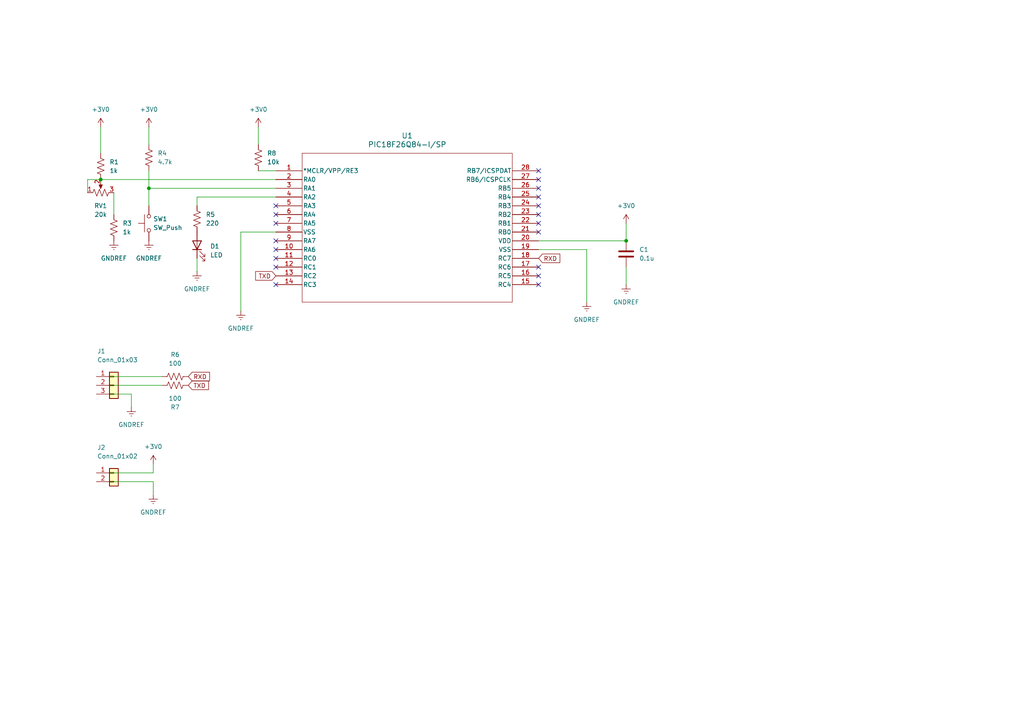
<source format=kicad_sch>
(kicad_sch (version 20231120) (generator "eeschema") (generator_version "8.0")
  (paper "A4")
  (lib_symbols
    (symbol "2025-02-25_04-25-09:PIC18F26Q84-I_SP" (pin_names (offset 0.254))
      (property "Reference" "U" (at 38.1 10.16 0))
      (property "Value" "PIC18F26Q84-I/SP" (at 38.1 7.62 0))
      (symbol "PIC18F26Q84-I_SP_0_1"
        (polyline (pts (xy 7.62 -38.1) (xy 68.58 -38.1)) (stroke (width 0.127)))
        (polyline (pts (xy 7.62 5.08) (xy 7.62 -38.1)) (stroke (width 0.127)))
        (polyline (pts (xy 68.58 -38.1) (xy 68.58 5.08)) (stroke (width 0.127)))
        (polyline (pts (xy 68.58 5.08) (xy 7.62 5.08)) (stroke (width 0.127)))
        (pin bidirectional line (at 0 0 0) (length 7.62) (name "*MCLR/VPP/RE3") (number "1"))
        (pin bidirectional line (at 0 -22.86 0) (length 7.62) (name "RA6") (number "10"))
        (pin bidirectional line (at 0 -25.4 0) (length 7.62) (name "RC0") (number "11"))
        (pin bidirectional line (at 0 -27.94 0) (length 7.62) (name "RC1") (number "12"))
        (pin bidirectional line (at 0 -30.48 0) (length 7.62) (name "RC2") (number "13"))
        (pin bidirectional line (at 0 -33.02 0) (length 7.62) (name "RC3") (number "14"))
        (pin bidirectional line (at 76.2 -33.02 180) (length 7.62) (name "RC4") (number "15"))
        (pin bidirectional line (at 76.2 -30.48 180) (length 7.62) (name "RC5") (number "16"))
        (pin bidirectional line (at 76.2 -27.94 180) (length 7.62) (name "RC6") (number "17"))
        (pin bidirectional line (at 76.2 -25.4 180) (length 7.62) (name "RC7") (number "18"))
        (pin power_out line (at 76.2 -22.86 180) (length 7.62) (name "VSS") (number "19"))
        (pin bidirectional line (at 0 -2.54 0) (length 7.62) (name "RA0") (number "2"))
        (pin power_in line (at 76.2 -20.32 180) (length 7.62) (name "VDD") (number "20"))
        (pin bidirectional line (at 76.2 -17.78 180) (length 7.62) (name "RB0") (number "21"))
        (pin bidirectional line (at 76.2 -15.24 180) (length 7.62) (name "RB1") (number "22"))
        (pin bidirectional line (at 76.2 -12.7 180) (length 7.62) (name "RB2") (number "23"))
        (pin bidirectional line (at 76.2 -10.16 180) (length 7.62) (name "RB3") (number "24"))
        (pin bidirectional line (at 76.2 -7.62 180) (length 7.62) (name "RB4") (number "25"))
        (pin bidirectional line (at 76.2 -5.08 180) (length 7.62) (name "RB5") (number "26"))
        (pin bidirectional line (at 76.2 -2.54 180) (length 7.62) (name "RB6/ICSPCLK") (number "27"))
        (pin bidirectional line (at 76.2 0 180) (length 7.62) (name "RB7/ICSPDAT") (number "28"))
        (pin bidirectional line (at 0 -5.08 0) (length 7.62) (name "RA1") (number "3"))
        (pin bidirectional line (at 0 -7.62 0) (length 7.62) (name "RA2") (number "4"))
        (pin bidirectional line (at 0 -10.16 0) (length 7.62) (name "RA3") (number "5"))
        (pin bidirectional line (at 0 -12.7 0) (length 7.62) (name "RA4") (number "6"))
        (pin bidirectional line (at 0 -15.24 0) (length 7.62) (name "RA5") (number "7"))
        (pin power_out line (at 0 -17.78 0) (length 7.62) (name "VSS") (number "8"))
        (pin bidirectional line (at 0 -20.32 0) (length 7.62) (name "RA7") (number "9"))
      )
    )
    (symbol "Connector_Generic:Conn_01x02" (pin_names (offset 1.016) hide)
      (property "Reference" "J" (at 0 2.54 0))
      (property "Value" "Conn_01x02" (at 0 -5.08 0))
      (symbol "Conn_01x02_1_1"
        (rectangle (start -1.27 -2.413) (end 0 -2.667) (stroke (width 0.1524)))
        (rectangle (start -1.27 0.127) (end 0 -0.127) (stroke (width 0.1524)))
        (rectangle (start -1.27 1.27) (end 1.27 -3.81) (stroke (width 0.254)) (fill (type background)))
        (pin passive line (at -5.08 0 0) (length 3.81) (name "Pin_1") (number "1"))
        (pin passive line (at -5.08 -2.54 0) (length 3.81) (name "Pin_2") (number "2"))
      )
    )
    (symbol "Connector_Generic:Conn_01x03" (pin_names (offset 1.016) hide)
      (property "Reference" "J" (at 0 5.08 0))
      (property "Value" "Conn_01x03" (at 0 -5.08 0))
      (symbol "Conn_01x03_1_1"
        (rectangle (start -1.27 -2.413) (end 0 -2.667) (stroke (width 0.1524)))
        (rectangle (start -1.27 0.127) (end 0 -0.127) (stroke (width 0.1524)))
        (rectangle (start -1.27 2.667) (end 0 2.413) (stroke (width 0.1524)))
        (rectangle (start -1.27 3.81) (end 1.27 -3.81) (stroke (width 0.254)) (fill (type background)))
        (pin passive line (at -5.08 2.54 0) (length 3.81) (name "Pin_1") (number "1"))
        (pin passive line (at -5.08 0 0) (length 3.81) (name "Pin_2") (number "2"))
        (pin passive line (at -5.08 -2.54 0) (length 3.81) (name "Pin_3") (number "3"))
      )
    )
    (symbol "Device:C" (pin_numbers hide) (pin_names (offset 0.254))
      (property "Reference" "C" (at 0.635 2.54 0))
      (property "Value" "C" (at 0.635 -2.54 0))
      (symbol "C_0_1"
        (polyline (pts (xy -2.032 -0.762) (xy 2.032 -0.762)) (stroke (width 0.508)))
        (polyline (pts (xy -2.032 0.762) (xy 2.032 0.762)) (stroke (width 0.508)))
      )
      (symbol "C_1_1"
        (pin passive line (at 0 3.81 270) (length 2.794) (name "~") (number "1"))
        (pin passive line (at 0 -3.81 90) (length 2.794) (name "~") (number "2"))
      )
    )
    (symbol "Device:LED" (pin_numbers hide) (pin_names (offset 1.016) hide)
      (property "Reference" "D" (at 0 2.54 0))
      (property "Value" "LED" (at 0 -2.54 0))
      (symbol "LED_0_1"
        (polyline (pts (xy -1.27 -1.27) (xy -1.27 1.27)) (stroke (width 0.254)))
        (polyline (pts (xy -1.27 0) (xy 1.27 0)))
        (polyline (pts (xy 1.27 -1.27) (xy 1.27 1.27) (xy -1.27 0) (xy 1.27 -1.27)) (stroke (width 0.254)))
        (polyline (pts (xy -3.048 -0.762) (xy -4.572 -2.286) (xy -3.81 -2.286) (xy -4.572 -2.286) (xy -4.572 -1.524)))
        (polyline (pts (xy -1.778 -0.762) (xy -3.302 -2.286) (xy -2.54 -2.286) (xy -3.302 -2.286) (xy -3.302 -1.524)))
      )
      (symbol "LED_1_1"
        (pin passive line (at -3.81 0 0) (length 2.54) (name "K") (number "1"))
        (pin passive line (at 3.81 0 180) (length 2.54) (name "A") (number "2"))
      )
    )
    (symbol "Device:R_Potentiometer_US" (pin_names (offset 1.016) hide)
      (property "Reference" "RV" (at -4.445 0 90))
      (property "Value" "R_Potentiometer_US" (at -2.54 0 90))
      (symbol "R_Potentiometer_US_0_1"
        (polyline (pts (xy 0 -2.286) (xy 0 -2.54)))
        (polyline (pts (xy 0 2.54) (xy 0 2.286)))
        (polyline (pts (xy 2.54 0) (xy 1.524 0)))
        (polyline (pts (xy 1.143 0) (xy 2.286 0.508) (xy 2.286 -0.508) (xy 1.143 0)) (fill (type outline)))
        (polyline (pts (xy 0 -0.762) (xy 1.016 -1.143) (xy 0 -1.524) (xy -1.016 -1.905) (xy 0 -2.286)))
        (polyline (pts (xy 0 0.762) (xy 1.016 0.381) (xy 0 0) (xy -1.016 -0.381) (xy 0 -0.762)))
        (polyline (pts (xy 0 2.286) (xy 1.016 1.905) (xy 0 1.524) (xy -1.016 1.143) (xy 0 0.762)))
      )
      (symbol "R_Potentiometer_US_1_1"
        (pin passive line (at 0 3.81 270) (length 1.27) (name "1") (number "1"))
        (pin passive line (at 3.81 0 180) (length 1.27) (name "2") (number "2"))
        (pin passive line (at 0 -3.81 90) (length 1.27) (name "3") (number "3"))
      )
    )
    (symbol "Device:R_US" (pin_numbers hide) (pin_names (offset 0))
      (property "Reference" "R" (at 2.54 0 90))
      (property "Value" "R_US" (at -2.54 0 90))
      (symbol "R_US_0_1"
        (polyline (pts (xy 0 -2.286) (xy 0 -2.54)))
        (polyline (pts (xy 0 2.286) (xy 0 2.54)))
        (polyline (pts (xy 0 -0.762) (xy 1.016 -1.143) (xy 0 -1.524) (xy -1.016 -1.905) (xy 0 -2.286)))
        (polyline (pts (xy 0 0.762) (xy 1.016 0.381) (xy 0 0) (xy -1.016 -0.381) (xy 0 -0.762)))
        (polyline (pts (xy 0 2.286) (xy 1.016 1.905) (xy 0 1.524) (xy -1.016 1.143) (xy 0 0.762)))
      )
      (symbol "R_US_1_1"
        (pin passive line (at 0 3.81 270) (length 1.27) (name "~") (number "1"))
        (pin passive line (at 0 -3.81 90) (length 1.27) (name "~") (number "2"))
      )
    )
    (symbol "Switch:SW_Push" (pin_numbers hide) (pin_names (offset 1.016) hide)
      (property "Reference" "SW" (at 1.27 2.54 0))
      (property "Value" "SW_Push" (at 0 -1.524 0))
      (symbol "SW_Push_0_1"
        (circle (center -2.032 0) (radius 0.508))
        (polyline (pts (xy 0 1.27) (xy 0 3.048)))
        (polyline (pts (xy 2.54 1.27) (xy -2.54 1.27)))
        (circle (center 2.032 0) (radius 0.508))
        (pin passive line (at -5.08 0 0) (length 2.54) (name "1") (number "1"))
        (pin passive line (at 5.08 0 180) (length 2.54) (name "2") (number "2"))
      )
    )
    (symbol "power:+3V0" (power) (pin_numbers hide) (pin_names (offset 0) hide)
      (property "Value" "+3V0" (at 0 3.556 0))
      (symbol "+3V0_0_1"
        (polyline (pts (xy -0.762 1.27) (xy 0 2.54)))
        (polyline (pts (xy 0 0) (xy 0 2.54)))
        (polyline (pts (xy 0 2.54) (xy 0.762 1.27)))
      )
      (symbol "+3V0_1_1"
        (pin power_in line (at 0 0 90) (length 0) (name "~") (number "1"))
      )
    )
    (symbol "power:GNDREF" (power) (pin_numbers hide) (pin_names (offset 0) hide)
      (property "Value" "GNDREF" (at 0 -3.81 0))
      (symbol "GNDREF_0_1"
        (polyline (pts (xy -0.635 -1.905) (xy 0.635 -1.905)))
        (polyline (pts (xy -0.127 -2.54) (xy 0.127 -2.54)))
        (polyline (pts (xy 0 -1.27) (xy 0 0)))
        (polyline (pts (xy 1.27 -1.27) (xy -1.27 -1.27)))
      )
      (symbol "GNDREF_1_1"
        (pin power_in line (at 0 0 270) (length 0) (name "~") (number "1"))
      )
    )
  )
  (junction (at 29.21 52.07))
  (junction (at 43.18 54.61))
  (junction (at 181.61 69.85))
  (no_connect (at 156.21 57.15))
  (no_connect (at 156.21 52.07))
  (no_connect (at 156.21 67.31))
  (no_connect (at 80.01 74.93))
  (no_connect (at 80.01 69.85))
  (no_connect (at 80.01 59.69))
  (no_connect (at 80.01 77.47))
  (no_connect (at 156.21 64.77))
  (no_connect (at 156.21 54.61))
  (no_connect (at 80.01 62.23))
  (no_connect (at 156.21 49.53))
  (no_connect (at 80.01 64.77))
  (no_connect (at 80.01 72.39))
  (no_connect (at 156.21 80.01))
  (no_connect (at 156.21 62.23))
  (no_connect (at 80.01 82.55))
  (no_connect (at 156.21 77.47))
  (no_connect (at 156.21 59.69))
  (no_connect (at 156.21 82.55))
  (wire (pts (xy 29.21 36.83) (xy 29.21 44.45)))
  (wire (pts (xy 44.45 137.16) (xy 44.45 134.62)))
  (wire (pts (xy 38.1 114.3) (xy 38.1 118.11)))
  (wire (pts (xy 74.93 36.83) (xy 74.93 41.91)))
  (wire (pts (xy 74.93 49.53) (xy 80.01 49.53)))
  (wire (pts (xy 25.4 52.07) (xy 25.4 55.88)))
  (wire (pts (xy 156.21 69.85) (xy 181.61 69.85)))
  (wire (pts (xy 181.61 77.47) (xy 181.61 82.55)))
  (wire (pts (xy 43.18 54.61) (xy 43.18 59.69)))
  (wire (pts (xy 31.75 109.22) (xy 46.99 109.22)))
  (wire (pts (xy 80.01 57.15) (xy 57.15 57.15)))
  (wire (pts (xy 44.45 139.7) (xy 44.45 143.51)))
  (wire (pts (xy 181.61 64.77) (xy 181.61 69.85)))
  (wire (pts (xy 31.75 111.76) (xy 46.99 111.76)))
  (wire (pts (xy 57.15 57.15) (xy 57.15 59.69)))
  (wire (pts (xy 43.18 36.83) (xy 43.18 41.91)))
  (wire (pts (xy 43.18 54.61) (xy 80.01 54.61)))
  (wire (pts (xy 31.75 139.7) (xy 44.45 139.7)))
  (wire (pts (xy 69.85 90.17) (xy 69.85 67.31)))
  (wire (pts (xy 156.21 72.39) (xy 170.18 72.39)))
  (wire (pts (xy 33.02 55.88) (xy 33.02 62.23)))
  (wire (pts (xy 31.75 114.3) (xy 38.1 114.3)))
  (wire (pts (xy 57.15 74.93) (xy 57.15 78.74)))
  (wire (pts (xy 29.21 52.07) (xy 25.4 52.07)))
  (wire (pts (xy 170.18 72.39) (xy 170.18 87.63)))
  (wire (pts (xy 43.18 49.53) (xy 43.18 54.61)))
  (wire (pts (xy 29.21 52.07) (xy 80.01 52.07)))
  (wire (pts (xy 69.85 67.31) (xy 80.01 67.31)))
  (wire (pts (xy 31.75 137.16) (xy 44.45 137.16)))
  (global_label "TXD" (shape input) (at 54.61 111.76 0) (property "Intersheetrefs" "${INTERSHEET_REFS}" (effects (hide yes))))
  (global_label "TXD" (shape input) (at 80.01 80.01 180) (property "Intersheetrefs" "${INTERSHEET_REFS}" (effects (hide yes))))
  (global_label "RXD" (shape input) (at 156.21 74.93 0) (property "Intersheetrefs" "${INTERSHEET_REFS}" (effects (hide yes))))
  (global_label "RXD" (shape input) (at 54.61 109.22 0) (property "Intersheetrefs" "${INTERSHEET_REFS}" (effects (hide yes))))
  (symbol (lib_id "Device:C") (at 181.61 73.66 0) (unit 1)
    (property "Reference" "C1" (at 185.42 72.3899 0) (effects (justify left)))
    (property "Value" "0.1u" (at 185.42 74.9299 0) (effects (justify left)))
    (property "Description" "Unpolarized capacitor" (effects (hide yes)))
  )
  (symbol (lib_id "power:GNDREF") (at 170.18 87.63 0) (unit 1)
    (property "Reference" "#PWR04" (effects (hide yes)))
    (property "Value" "GNDREF" (at 170.18 92.71 0))
    (property "Description" "Power symbol creates a global label with name \"GNDREF\" , reference supply ground" (effects (hide yes)))
  )
  (symbol (lib_id "Device:R_US") (at 50.8 111.76 270) (unit 1)
    (property "Reference" "R7" (at 50.8 118.11 90))
    (property "Value" "100" (at 50.8 115.57 90))
    (property "Description" "Resistor, US symbol" (effects (hide yes)))
  )
  (symbol (lib_id "Device:R_US") (at 29.21 48.26 0) (unit 1)
    (property "Reference" "R1" (at 31.75 46.9899 0) (effects (justify left)))
    (property "Value" "1k" (at 31.75 49.5299 0) (effects (justify left)))
    (property "Description" "Resistor, US symbol" (effects (hide yes)))
  )
  (symbol (lib_id "power:GNDREF") (at 33.02 69.85 0) (unit 1)
    (property "Reference" "#PWR03" (effects (hide yes)))
    (property "Value" "GNDREF" (at 33.02 74.93 0))
    (property "Description" "Power symbol creates a global label with name \"GNDREF\" , reference supply ground" (effects (hide yes)))
  )
  (symbol (lib_id "Connector_Generic:Conn_01x02") (at 33.02 137.16 0) (unit 1)
    (property "Reference" "J2" (at 28.194 129.794 0) (effects (justify left)))
    (property "Value" "Conn_01x02" (at 28.194 132.334 0) (effects (justify left)))
    (property "Description" "Generic connector, single row, 01x02, script generated (kicad-library-utils/schlib/autogen/connector/)" (effects (hide yes)))
  )
  (symbol (lib_id "power:GNDREF") (at 44.45 143.51 0) (unit 1)
    (property "Reference" "#PWR010" (effects (hide yes)))
    (property "Value" "GNDREF" (at 44.45 148.59 0))
    (property "Description" "Power symbol creates a global label with name \"GNDREF\" , reference supply ground" (effects (hide yes)))
  )
  (symbol (lib_id "power:GNDREF") (at 38.1 118.11 0) (unit 1)
    (property "Reference" "#PWR09" (effects (hide yes)))
    (property "Value" "GNDREF" (at 38.1 123.19 0))
    (property "Description" "Power symbol creates a global label with name \"GNDREF\" , reference supply ground" (effects (hide yes)))
  )
  (symbol (lib_id "2025-02-25_04-25-09:PIC18F26Q84-I_SP") (at 80.01 49.53 0) (unit 1)
    (property "Reference" "U1" (at 118.11 39.37 0) (effects (font (size 1.524 1.524))))
    (property "Value" "PIC18F26Q84-I/SP" (at 118.11 41.91 0) (effects (font (size 1.524 1.524))))
    (property "Footprint" "SPDIP28_SP_MCH" (effects (hide yes)))
    (property "Datasheet" "PIC18F26Q84-I/SP" (effects (hide yes)))
  )
  (symbol (lib_id "power:GNDREF") (at 69.85 90.17 0) (unit 1)
    (property "Reference" "#PWR012" (effects (hide yes)))
    (property "Value" "GNDREF" (at 69.85 95.25 0))
    (property "Description" "Power symbol creates a global label with name \"GNDREF\" , reference supply ground" (effects (hide yes)))
  )
  (symbol (lib_id "power:GNDREF") (at 57.15 78.74 0) (unit 1)
    (property "Reference" "#PWR08" (effects (hide yes)))
    (property "Value" "GNDREF" (at 57.15 83.82 0))
    (property "Description" "Power symbol creates a global label with name \"GNDREF\" , reference supply ground" (effects (hide yes)))
  )
  (symbol (lib_id "Switch:SW_Push") (at 43.18 64.77 90) (unit 1)
    (property "Reference" "SW1" (at 44.45 63.4999 90) (effects (justify right)))
    (property "Value" "SW_Push" (at 44.45 66.0399 90) (effects (justify right)))
    (property "Description" "Push button switch, generic, two pins" (effects (hide yes)))
  )
  (symbol (lib_id "Connector_Generic:Conn_01x03") (at 33.02 111.76 0) (unit 1)
    (property "Reference" "J1" (at 28.194 101.854 0) (effects (justify left)))
    (property "Value" "Conn_01x03" (at 28.194 104.394 0) (effects (justify left)))
    (property "Description" "Generic connector, single row, 01x03, script generated (kicad-library-utils/schlib/autogen/connector/)" (effects (hide yes)))
  )
  (symbol (lib_id "power:GNDREF") (at 43.18 69.85 0) (unit 1)
    (property "Reference" "#PWR06" (effects (hide yes)))
    (property "Value" "GNDREF" (at 43.18 74.93 0))
    (property "Description" "Power symbol creates a global label with name \"GNDREF\" , reference supply ground" (effects (hide yes)))
  )
  (symbol (lib_id "Device:LED") (at 57.15 71.12 90) (unit 1)
    (property "Reference" "D1" (at 60.96 71.4374 90) (effects (justify right)))
    (property "Value" "LED" (at 60.96 73.9774 90) (effects (justify right)))
    (property "Description" "Light emitting diode" (effects (hide yes)))
  )
  (symbol (lib_id "power:+3V0") (at 181.61 64.77 0) (unit 1)
    (property "Reference" "#PWR01" (effects (hide yes)))
    (property "Value" "+3V0" (at 181.61 59.69 0))
    (property "Description" "Power symbol creates a global label with name \"+3V0\"" (effects (hide yes)))
  )
  (symbol (lib_id "Device:R_US") (at 74.93 45.72 0) (unit 1)
    (property "Reference" "R8" (at 77.47 44.4499 0) (effects (justify left)))
    (property "Value" "10k" (at 77.47 46.9899 0) (effects (justify left)))
    (property "Description" "Resistor, US symbol" (effects (hide yes)))
  )
  (symbol (lib_id "Device:R_Potentiometer_US") (at 29.21 55.88 90) (unit 1)
    (property "Reference" "RV1" (at 29.21 59.69 90))
    (property "Value" "20k" (at 29.21 62.23 90))
    (property "Description" "Potentiometer, US symbol" (effects (hide yes)))
  )
  (symbol (lib_id "Device:R_US") (at 50.8 109.22 90) (unit 1)
    (property "Reference" "R6" (at 50.8 102.87 90))
    (property "Value" "100" (at 50.8 105.41 90))
    (property "Description" "Resistor, US symbol" (effects (hide yes)))
  )
  (symbol (lib_id "Device:R_US") (at 33.02 66.04 0) (unit 1)
    (property "Reference" "R3" (at 35.56 64.7699 0) (effects (justify left)))
    (property "Value" "1k" (at 35.56 67.3099 0) (effects (justify left)))
    (property "Description" "Resistor, US symbol" (effects (hide yes)))
  )
  (symbol (lib_id "power:+3V0") (at 74.93 36.83 0) (unit 1)
    (property "Reference" "#PWR013" (effects (hide yes)))
    (property "Value" "+3V0" (at 74.93 31.75 0))
    (property "Description" "Power symbol creates a global label with name \"+3V0\"" (effects (hide yes)))
  )
  (symbol (lib_id "Device:R_US") (at 43.18 45.72 0) (unit 1)
    (property "Reference" "R4" (at 45.72 44.4499 0) (effects (justify left)))
    (property "Value" "4.7k" (at 45.72 46.9899 0) (effects (justify left)))
    (property "Description" "Resistor, US symbol" (effects (hide yes)))
  )
  (symbol (lib_id "Device:R_US") (at 57.15 63.5 0) (unit 1)
    (property "Reference" "R5" (at 59.69 62.2299 0) (effects (justify left)))
    (property "Value" "220" (at 59.69 64.7699 0) (effects (justify left)))
    (property "Description" "Resistor, US symbol" (effects (hide yes)))
  )
  (symbol (lib_id "power:+3V0") (at 29.21 36.83 0) (unit 1)
    (property "Reference" "#PWR02" (effects (hide yes)))
    (property "Value" "+3V0" (at 29.21 31.75 0))
    (property "Description" "Power symbol creates a global label with name \"+3V0\"" (effects (hide yes)))
  )
  (symbol (lib_id "power:GNDREF") (at 181.61 82.55 0) (unit 1)
    (property "Reference" "#PWR07" (effects (hide yes)))
    (property "Value" "GNDREF" (at 181.61 87.63 0))
    (property "Description" "Power symbol creates a global label with name \"GNDREF\" , reference supply ground" (effects (hide yes)))
  )
  (symbol (lib_id "power:+3V0") (at 44.45 134.62 0) (unit 1)
    (property "Reference" "#PWR011" (effects (hide yes)))
    (property "Value" "+3V0" (at 44.45 129.54 0))
    (property "Description" "Power symbol creates a global label with name \"+3V0\"" (effects (hide yes)))
  )
  (symbol (lib_id "power:+3V0") (at 43.18 36.83 0) (unit 1)
    (property "Reference" "#PWR05" (effects (hide yes)))
    (property "Value" "+3V0" (at 43.18 31.75 0))
    (property "Description" "Power symbol creates a global label with name \"+3V0\"" (effects (hide yes)))
  )
)
</source>
